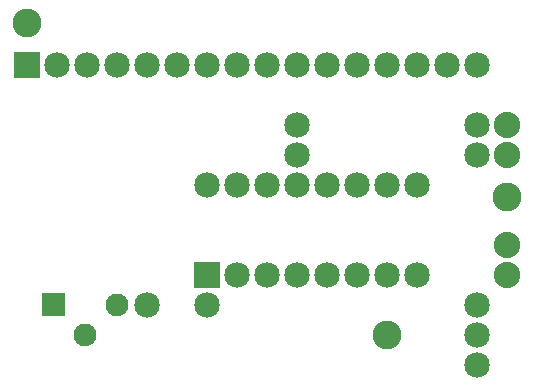
<source format=gbs>
G04 MADE WITH FRITZING*
G04 WWW.FRITZING.ORG*
G04 SINGLE SIDED*
G04 HOLES NOT PLATED*
G04 CONTOUR ON CENTER OF CONTOUR VECTOR*
%ASAXBY*%
%FSLAX23Y23*%
%MOIN*%
%OFA0B0*%
%SFA1.0B1.0*%
%ADD10C,0.085000*%
%ADD11C,0.088000*%
%ADD12C,0.076000*%
%ADD13C,0.096614*%
%ADD14R,0.085000X0.085000*%
%ADD15R,0.001000X0.001000*%
%LNMASK0*%
G90*
G70*
G54D10*
X1009Y918D03*
X1609Y918D03*
X1009Y818D03*
X1609Y818D03*
X509Y318D03*
X709Y318D03*
X1609Y118D03*
X1609Y218D03*
X1609Y318D03*
G54D11*
X1709Y518D03*
X1709Y418D03*
G54D10*
X708Y419D03*
X708Y719D03*
X808Y419D03*
X808Y719D03*
X908Y419D03*
X908Y719D03*
X1008Y419D03*
X1008Y719D03*
X1108Y419D03*
X1108Y719D03*
X1208Y419D03*
X1208Y719D03*
X1308Y419D03*
X1308Y719D03*
X1408Y419D03*
X1408Y719D03*
G54D11*
X1709Y918D03*
X1709Y818D03*
G54D10*
X109Y1118D03*
X209Y1118D03*
X309Y1118D03*
X409Y1118D03*
X509Y1118D03*
X609Y1118D03*
X709Y1118D03*
X809Y1118D03*
X909Y1118D03*
X1009Y1118D03*
X1109Y1118D03*
X1209Y1118D03*
X1309Y1118D03*
X1409Y1118D03*
X1509Y1118D03*
X1609Y1118D03*
G54D12*
X197Y318D03*
X303Y218D03*
X409Y318D03*
X197Y318D03*
X303Y218D03*
X409Y318D03*
G54D13*
X109Y1257D03*
X1709Y679D03*
X1309Y218D03*
G54D14*
X708Y419D03*
X108Y1118D03*
G54D15*
X158Y357D02*
X233Y357D01*
X158Y356D02*
X233Y356D01*
X158Y355D02*
X233Y355D01*
X158Y354D02*
X233Y354D01*
X158Y353D02*
X233Y353D01*
X158Y352D02*
X233Y352D01*
X158Y351D02*
X233Y351D01*
X158Y350D02*
X233Y350D01*
X158Y349D02*
X233Y349D01*
X158Y348D02*
X233Y348D01*
X158Y347D02*
X233Y347D01*
X158Y346D02*
X233Y346D01*
X158Y345D02*
X233Y345D01*
X158Y344D02*
X233Y344D01*
X158Y343D02*
X233Y343D01*
X158Y342D02*
X233Y342D01*
X158Y341D02*
X233Y341D01*
X158Y340D02*
X233Y340D01*
X158Y339D02*
X233Y339D01*
X158Y338D02*
X233Y338D01*
X158Y337D02*
X233Y337D01*
X158Y336D02*
X233Y336D01*
X158Y335D02*
X233Y335D01*
X158Y334D02*
X233Y334D01*
X158Y333D02*
X233Y333D01*
X158Y332D02*
X233Y332D01*
X158Y331D02*
X233Y331D01*
X158Y330D02*
X233Y330D01*
X158Y329D02*
X233Y329D01*
X158Y328D02*
X191Y328D01*
X201Y328D02*
X233Y328D01*
X158Y327D02*
X190Y327D01*
X202Y327D02*
X233Y327D01*
X158Y326D02*
X189Y326D01*
X203Y326D02*
X233Y326D01*
X158Y325D02*
X188Y325D01*
X204Y325D02*
X233Y325D01*
X158Y324D02*
X187Y324D01*
X205Y324D02*
X233Y324D01*
X158Y323D02*
X187Y323D01*
X205Y323D02*
X233Y323D01*
X158Y322D02*
X186Y322D01*
X206Y322D02*
X233Y322D01*
X158Y321D02*
X186Y321D01*
X206Y321D02*
X233Y321D01*
X158Y320D02*
X186Y320D01*
X206Y320D02*
X233Y320D01*
X158Y319D02*
X186Y319D01*
X206Y319D02*
X233Y319D01*
X158Y318D02*
X186Y318D01*
X206Y318D02*
X233Y318D01*
X158Y317D02*
X186Y317D01*
X206Y317D02*
X233Y317D01*
X158Y316D02*
X187Y316D01*
X205Y316D02*
X233Y316D01*
X158Y315D02*
X187Y315D01*
X205Y315D02*
X233Y315D01*
X158Y314D02*
X188Y314D01*
X204Y314D02*
X233Y314D01*
X158Y313D02*
X189Y313D01*
X203Y313D02*
X233Y313D01*
X158Y312D02*
X190Y312D01*
X202Y312D02*
X233Y312D01*
X158Y311D02*
X191Y311D01*
X201Y311D02*
X233Y311D01*
X158Y310D02*
X195Y310D01*
X197Y310D02*
X233Y310D01*
X158Y309D02*
X233Y309D01*
X158Y308D02*
X233Y308D01*
X158Y307D02*
X233Y307D01*
X158Y306D02*
X233Y306D01*
X158Y305D02*
X233Y305D01*
X158Y304D02*
X233Y304D01*
X158Y303D02*
X233Y303D01*
X158Y302D02*
X233Y302D01*
X158Y301D02*
X233Y301D01*
X158Y300D02*
X233Y300D01*
X158Y299D02*
X233Y299D01*
X158Y298D02*
X233Y298D01*
X158Y297D02*
X233Y297D01*
X158Y296D02*
X233Y296D01*
X158Y295D02*
X233Y295D01*
X158Y294D02*
X233Y294D01*
X158Y293D02*
X233Y293D01*
X158Y292D02*
X233Y292D01*
X158Y291D02*
X233Y291D01*
X158Y290D02*
X233Y290D01*
X158Y289D02*
X233Y289D01*
X158Y288D02*
X233Y288D01*
X158Y287D02*
X233Y287D01*
X158Y286D02*
X233Y286D01*
X158Y285D02*
X233Y285D01*
X158Y284D02*
X233Y284D01*
X158Y283D02*
X233Y283D01*
X158Y282D02*
X233Y282D01*
D02*
G04 End of Mask0*
M02*
</source>
